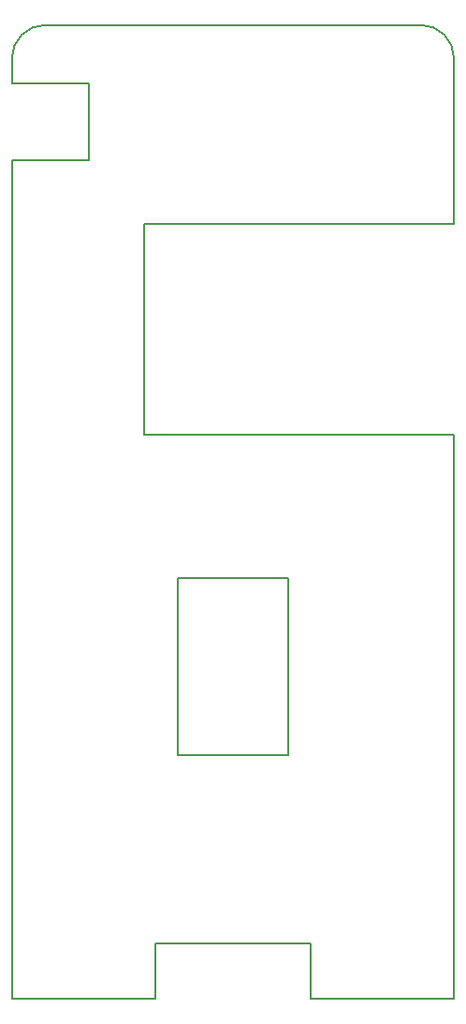
<source format=gm1>
%TF.GenerationSoftware,KiCad,Pcbnew,4.0.6*%
%TF.CreationDate,2017-06-08T05:46:57+03:00*%
%TF.ProjectId,18650_pcb,31383635305F7063622E6B696361645F,rev?*%
%TF.FileFunction,Profile,NP*%
%FSLAX46Y46*%
G04 Gerber Fmt 4.6, Leading zero omitted, Abs format (unit mm)*
G04 Created by KiCad (PCBNEW 4.0.6) date 06/08/17 05:46:57*
%MOMM*%
%LPD*%
G01*
G04 APERTURE LIST*
%ADD10C,0.200000*%
%ADD11C,0.150000*%
G04 APERTURE END LIST*
D10*
D11*
X8671380Y-6591960D02*
X1671380Y-6591960D01*
X8671380Y-6591960D02*
X8671380Y-13591960D01*
X1671380Y-13591960D02*
X8671380Y-13591960D01*
X1671380Y-89341960D02*
X1671380Y-13591960D01*
X16671380Y-51341960D02*
X16671380Y-67341960D01*
X16671380Y-67341960D02*
X26671380Y-67341960D01*
X26671380Y-51341960D02*
X26671380Y-67341960D01*
X16671380Y-51341960D02*
X26671380Y-51341960D01*
X41671380Y-89341960D02*
X41671380Y-38341960D01*
X13671380Y-38341960D02*
X41671380Y-38341960D01*
X13671380Y-19341960D02*
X13671380Y-38341960D01*
X13671380Y-19341960D02*
X41671380Y-19341960D01*
X4671380Y-1341960D02*
G75*
G03X1671380Y-4341960I0J-3000000D01*
G01*
X41671380Y-4341960D02*
G75*
G03X38671380Y-1341960I-3000000J0D01*
G01*
X1671380Y-6591960D02*
X1671380Y-4341960D01*
X14671380Y-89341960D02*
X1671380Y-89341960D01*
X14671380Y-84341960D02*
X14671380Y-89341960D01*
X14671380Y-84341960D02*
X28671380Y-84341960D01*
X28671380Y-84341960D02*
X28671380Y-89341960D01*
X41671380Y-89341960D02*
X28671380Y-89341960D01*
X41671380Y-19341960D02*
X41671380Y-4341960D01*
X4671380Y-1341960D02*
X38671380Y-1341960D01*
M02*

</source>
